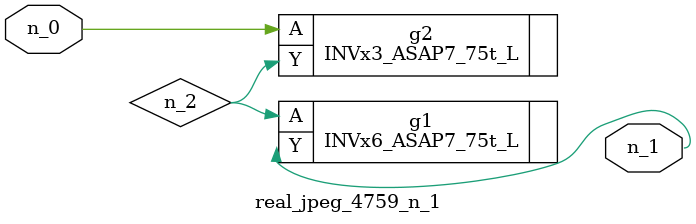
<source format=v>
module real_jpeg_4759_n_1 (n_0, n_1);

input n_0;

output n_1;

wire n_2;

INVx3_ASAP7_75t_L g2 ( 
.A(n_0),
.Y(n_2)
);

INVx6_ASAP7_75t_L g1 ( 
.A(n_2),
.Y(n_1)
);


endmodule
</source>
